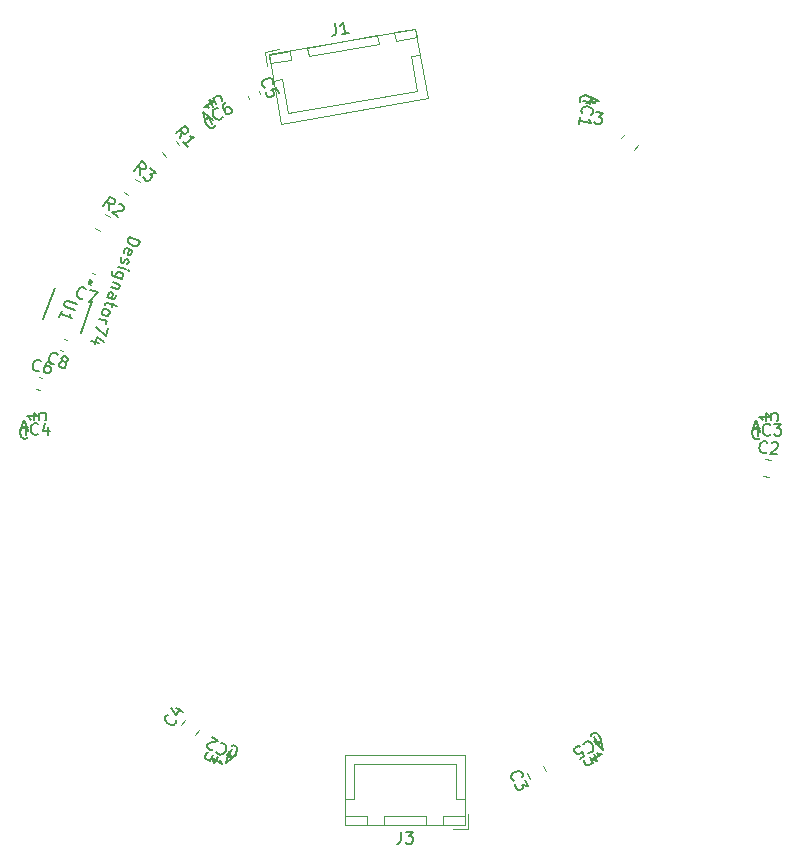
<source format=gbr>
%TF.GenerationSoftware,KiCad,Pcbnew,7.0.9*%
%TF.CreationDate,2024-01-04T19:56:31-05:00*%
%TF.ProjectId,Thermistor Ring,54686572-6d69-4737-946f-722052696e67,rev?*%
%TF.SameCoordinates,Original*%
%TF.FileFunction,Legend,Top*%
%TF.FilePolarity,Positive*%
%FSLAX46Y46*%
G04 Gerber Fmt 4.6, Leading zero omitted, Abs format (unit mm)*
G04 Created by KiCad (PCBNEW 7.0.9) date 2024-01-04 19:56:31*
%MOMM*%
%LPD*%
G01*
G04 APERTURE LIST*
%ADD10C,0.150000*%
%ADD11C,0.120000*%
%ADD12C,0.250000*%
G04 APERTURE END LIST*
D10*
X107043995Y-86133620D02*
X107543995Y-86999645D01*
X106184350Y-86739908D02*
X106201780Y-86674859D01*
X106201780Y-86674859D02*
X106301688Y-86562191D01*
X106301688Y-86562191D02*
X106384167Y-86514572D01*
X106384167Y-86514572D02*
X106531694Y-86484383D01*
X106531694Y-86484383D02*
X106661792Y-86519242D01*
X106661792Y-86519242D02*
X106750650Y-86577911D01*
X106750650Y-86577911D02*
X106887127Y-86719059D01*
X106887127Y-86719059D02*
X106958556Y-86842777D01*
X106958556Y-86842777D02*
X107012555Y-87031544D01*
X107012555Y-87031544D02*
X107018935Y-87137832D01*
X107018935Y-87137832D02*
X106984075Y-87267929D01*
X106984075Y-87267929D02*
X106884167Y-87380597D01*
X106884167Y-87380597D02*
X106801688Y-87428216D01*
X106801688Y-87428216D02*
X106654161Y-87458406D01*
X106654161Y-87458406D02*
X106589112Y-87440976D01*
X105853184Y-87975835D02*
X106265577Y-87737740D01*
X106265577Y-87737740D02*
X106068721Y-87301538D01*
X106068721Y-87301538D02*
X106051291Y-87366586D01*
X106051291Y-87366586D02*
X105992622Y-87455445D01*
X105992622Y-87455445D02*
X105786426Y-87574492D01*
X105786426Y-87574492D02*
X105680138Y-87580872D01*
X105680138Y-87580872D02*
X105615089Y-87563442D01*
X105615089Y-87563442D02*
X105526230Y-87504773D01*
X105526230Y-87504773D02*
X105407183Y-87298577D01*
X105407183Y-87298577D02*
X105400803Y-87192289D01*
X105400803Y-87192289D02*
X105418233Y-87127240D01*
X105418233Y-87127240D02*
X105476902Y-87038381D01*
X105476902Y-87038381D02*
X105683098Y-86919334D01*
X105683098Y-86919334D02*
X105789387Y-86912954D01*
X105789387Y-86912954D02*
X105854435Y-86930384D01*
X106807023Y-86033997D02*
X106824452Y-85968948D01*
X106824452Y-85968948D02*
X106924361Y-85856280D01*
X106924361Y-85856280D02*
X107006839Y-85808661D01*
X107006839Y-85808661D02*
X107154367Y-85778472D01*
X107154367Y-85778472D02*
X107284464Y-85813332D01*
X107284464Y-85813332D02*
X107373323Y-85872001D01*
X107373323Y-85872001D02*
X107509800Y-86013148D01*
X107509800Y-86013148D02*
X107581229Y-86136866D01*
X107581229Y-86136866D02*
X107635228Y-86325633D01*
X107635228Y-86325633D02*
X107641607Y-86431921D01*
X107641607Y-86431921D02*
X107606748Y-86562019D01*
X107606748Y-86562019D02*
X107506839Y-86674687D01*
X107506839Y-86674687D02*
X107424361Y-86722306D01*
X107424361Y-86722306D02*
X107276833Y-86752495D01*
X107276833Y-86752495D02*
X107211784Y-86735065D01*
X106999930Y-88319314D02*
X106714216Y-87824443D01*
X106857073Y-88071878D02*
X107723098Y-87571878D01*
X107723098Y-87571878D02*
X107551761Y-87560828D01*
X107551761Y-87560828D02*
X107421664Y-87525969D01*
X107421664Y-87525969D02*
X107332805Y-87467300D01*
X107036816Y-87583203D02*
X107346339Y-88119314D01*
X107346339Y-88119314D02*
X106849758Y-88021115D01*
X106849758Y-88021115D02*
X106921187Y-88144833D01*
X106921187Y-88144833D02*
X106927567Y-88251121D01*
X106927567Y-88251121D02*
X106910137Y-88316170D01*
X106910137Y-88316170D02*
X106851468Y-88405029D01*
X106851468Y-88405029D02*
X106645271Y-88524076D01*
X106645271Y-88524076D02*
X106538983Y-88530456D01*
X106538983Y-88530456D02*
X106473934Y-88513026D01*
X106473934Y-88513026D02*
X106385076Y-88454357D01*
X106385076Y-88454357D02*
X106242219Y-88206921D01*
X106242219Y-88206921D02*
X106235839Y-88100633D01*
X106235839Y-88100633D02*
X106253269Y-88035584D01*
X107676512Y-86444761D02*
X107264119Y-86682856D01*
X107616134Y-86149706D02*
X107827459Y-87182398D01*
X107827459Y-87182398D02*
X107038783Y-86483040D01*
X61398840Y-54544936D02*
X61337806Y-54573396D01*
X61337806Y-54573396D02*
X61187277Y-54569284D01*
X61187277Y-54569284D02*
X61097783Y-54536710D01*
X61097783Y-54536710D02*
X60979827Y-54443103D01*
X60979827Y-54443103D02*
X60922906Y-54321035D01*
X60922906Y-54321035D02*
X60910732Y-54215254D01*
X60910732Y-54215254D02*
X60931132Y-54019978D01*
X60931132Y-54019978D02*
X60979992Y-53885736D01*
X60979992Y-53885736D02*
X61089886Y-53723034D01*
X61089886Y-53723034D02*
X61167206Y-53649826D01*
X61167206Y-53649826D02*
X61289274Y-53592905D01*
X61289274Y-53592905D02*
X61439803Y-53597018D01*
X61439803Y-53597018D02*
X61529297Y-53629591D01*
X61529297Y-53629591D02*
X61647252Y-53723198D01*
X61647252Y-53723198D02*
X61675713Y-53784232D01*
X62098674Y-54292903D02*
X62025466Y-54215583D01*
X62025466Y-54215583D02*
X61997005Y-54154549D01*
X61997005Y-54154549D02*
X61984831Y-54048768D01*
X61984831Y-54048768D02*
X62001118Y-54004020D01*
X62001118Y-54004020D02*
X62078438Y-53930812D01*
X62078438Y-53930812D02*
X62139472Y-53902352D01*
X62139472Y-53902352D02*
X62245254Y-53890178D01*
X62245254Y-53890178D02*
X62424243Y-53955325D01*
X62424243Y-53955325D02*
X62497451Y-54032645D01*
X62497451Y-54032645D02*
X62525911Y-54093679D01*
X62525911Y-54093679D02*
X62538085Y-54199460D01*
X62538085Y-54199460D02*
X62521798Y-54244208D01*
X62521798Y-54244208D02*
X62444478Y-54317415D01*
X62444478Y-54317415D02*
X62383444Y-54345876D01*
X62383444Y-54345876D02*
X62277663Y-54358050D01*
X62277663Y-54358050D02*
X62098674Y-54292903D01*
X62098674Y-54292903D02*
X61992892Y-54305077D01*
X61992892Y-54305077D02*
X61931858Y-54333538D01*
X61931858Y-54333538D02*
X61854538Y-54406746D01*
X61854538Y-54406746D02*
X61789391Y-54585735D01*
X61789391Y-54585735D02*
X61801565Y-54691516D01*
X61801565Y-54691516D02*
X61830026Y-54752550D01*
X61830026Y-54752550D02*
X61903233Y-54829870D01*
X61903233Y-54829870D02*
X62082223Y-54895017D01*
X62082223Y-54895017D02*
X62188004Y-54882843D01*
X62188004Y-54882843D02*
X62249038Y-54854383D01*
X62249038Y-54854383D02*
X62326358Y-54781175D01*
X62326358Y-54781175D02*
X62391505Y-54602186D01*
X62391505Y-54602186D02*
X62379331Y-54496405D01*
X62379331Y-54496405D02*
X62350870Y-54435371D01*
X62350870Y-54435371D02*
X62277663Y-54358050D01*
X120939010Y-60597219D02*
X120939010Y-59597219D01*
X121986628Y-60501980D02*
X121939009Y-60549600D01*
X121939009Y-60549600D02*
X121796152Y-60597219D01*
X121796152Y-60597219D02*
X121700914Y-60597219D01*
X121700914Y-60597219D02*
X121558057Y-60549600D01*
X121558057Y-60549600D02*
X121462819Y-60454361D01*
X121462819Y-60454361D02*
X121415200Y-60359123D01*
X121415200Y-60359123D02*
X121367581Y-60168647D01*
X121367581Y-60168647D02*
X121367581Y-60025790D01*
X121367581Y-60025790D02*
X121415200Y-59835314D01*
X121415200Y-59835314D02*
X121462819Y-59740076D01*
X121462819Y-59740076D02*
X121558057Y-59644838D01*
X121558057Y-59644838D02*
X121700914Y-59597219D01*
X121700914Y-59597219D02*
X121796152Y-59597219D01*
X121796152Y-59597219D02*
X121939009Y-59644838D01*
X121939009Y-59644838D02*
X121986628Y-59692457D01*
X122319962Y-59597219D02*
X122939009Y-59597219D01*
X122939009Y-59597219D02*
X122605676Y-59978171D01*
X122605676Y-59978171D02*
X122748533Y-59978171D01*
X122748533Y-59978171D02*
X122843771Y-60025790D01*
X122843771Y-60025790D02*
X122891390Y-60073409D01*
X122891390Y-60073409D02*
X122939009Y-60168647D01*
X122939009Y-60168647D02*
X122939009Y-60406742D01*
X122939009Y-60406742D02*
X122891390Y-60501980D01*
X122891390Y-60501980D02*
X122843771Y-60549600D01*
X122843771Y-60549600D02*
X122748533Y-60597219D01*
X122748533Y-60597219D02*
X122462819Y-60597219D01*
X122462819Y-60597219D02*
X122367581Y-60549600D01*
X122367581Y-60549600D02*
X122319962Y-60501980D01*
X121670019Y-59345432D02*
X121670019Y-58726385D01*
X121670019Y-58726385D02*
X122050971Y-59059718D01*
X122050971Y-59059718D02*
X122050971Y-58916861D01*
X122050971Y-58916861D02*
X122098590Y-58821623D01*
X122098590Y-58821623D02*
X122146209Y-58774004D01*
X122146209Y-58774004D02*
X122241447Y-58726385D01*
X122241447Y-58726385D02*
X122479542Y-58726385D01*
X122479542Y-58726385D02*
X122574780Y-58774004D01*
X122574780Y-58774004D02*
X122622400Y-58821623D01*
X122622400Y-58821623D02*
X122670019Y-58916861D01*
X122670019Y-58916861D02*
X122670019Y-59202575D01*
X122670019Y-59202575D02*
X122622400Y-59297813D01*
X122622400Y-59297813D02*
X122574780Y-59345432D01*
X120546805Y-60011504D02*
X121022995Y-60011504D01*
X120451567Y-60297219D02*
X120784900Y-59297219D01*
X120784900Y-59297219D02*
X121118233Y-60297219D01*
X121094423Y-60801980D02*
X121046804Y-60849600D01*
X121046804Y-60849600D02*
X120903947Y-60897219D01*
X120903947Y-60897219D02*
X120808709Y-60897219D01*
X120808709Y-60897219D02*
X120665852Y-60849600D01*
X120665852Y-60849600D02*
X120570614Y-60754361D01*
X120570614Y-60754361D02*
X120522995Y-60659123D01*
X120522995Y-60659123D02*
X120475376Y-60468647D01*
X120475376Y-60468647D02*
X120475376Y-60325790D01*
X120475376Y-60325790D02*
X120522995Y-60135314D01*
X120522995Y-60135314D02*
X120570614Y-60040076D01*
X120570614Y-60040076D02*
X120665852Y-59944838D01*
X120665852Y-59944838D02*
X120808709Y-59897219D01*
X120808709Y-59897219D02*
X120903947Y-59897219D01*
X120903947Y-59897219D02*
X121046804Y-59944838D01*
X121046804Y-59944838D02*
X121094423Y-59992457D01*
X122070019Y-58726385D02*
X122070019Y-59297813D01*
X122070019Y-59012099D02*
X121070019Y-59012099D01*
X121070019Y-59012099D02*
X121212876Y-59107337D01*
X121212876Y-59107337D02*
X121308114Y-59202575D01*
X121308114Y-59202575D02*
X121355733Y-59297813D01*
X100285762Y-89811505D02*
X100222480Y-89788472D01*
X100222480Y-89788472D02*
X100118949Y-89679124D01*
X100118949Y-89679124D02*
X100078699Y-89592809D01*
X100078699Y-89592809D02*
X100061483Y-89443212D01*
X100061483Y-89443212D02*
X100107548Y-89316648D01*
X100107548Y-89316648D02*
X100173739Y-89233241D01*
X100173739Y-89233241D02*
X100326244Y-89109585D01*
X100326244Y-89109585D02*
X100455717Y-89049211D01*
X100455717Y-89049211D02*
X100648471Y-89011869D01*
X100648471Y-89011869D02*
X100754911Y-89014778D01*
X100754911Y-89014778D02*
X100881475Y-89060843D01*
X100881475Y-89060843D02*
X100985007Y-89170191D01*
X100985007Y-89170191D02*
X101025256Y-89256506D01*
X101025256Y-89256506D02*
X101042473Y-89406103D01*
X101042473Y-89406103D02*
X101019440Y-89469386D01*
X101246628Y-89731239D02*
X101508249Y-90292286D01*
X101508249Y-90292286D02*
X101022116Y-90151181D01*
X101022116Y-90151181D02*
X101082490Y-90280654D01*
X101082490Y-90280654D02*
X101079582Y-90387094D01*
X101079582Y-90387094D02*
X101056549Y-90450376D01*
X101056549Y-90450376D02*
X100990358Y-90533783D01*
X100990358Y-90533783D02*
X100774571Y-90634406D01*
X100774571Y-90634406D02*
X100668131Y-90631498D01*
X100668131Y-90631498D02*
X100604849Y-90608465D01*
X100604849Y-90608465D02*
X100521442Y-90542275D01*
X100521442Y-90542275D02*
X100400694Y-90283330D01*
X100400694Y-90283330D02*
X100403602Y-90176890D01*
X100403602Y-90176890D02*
X100426635Y-90113608D01*
X121665850Y-62017679D02*
X121614262Y-62060967D01*
X121614262Y-62060967D02*
X121467798Y-62095954D01*
X121467798Y-62095954D02*
X121372922Y-62087653D01*
X121372922Y-62087653D02*
X121234759Y-62027765D01*
X121234759Y-62027765D02*
X121148184Y-61924588D01*
X121148184Y-61924588D02*
X121109047Y-61825562D01*
X121109047Y-61825562D02*
X121078210Y-61631661D01*
X121078210Y-61631661D02*
X121090661Y-61489347D01*
X121090661Y-61489347D02*
X121154700Y-61303746D01*
X121154700Y-61303746D02*
X121210438Y-61213021D01*
X121210438Y-61213021D02*
X121313614Y-61126446D01*
X121313614Y-61126446D02*
X121460078Y-61091459D01*
X121460078Y-61091459D02*
X121554954Y-61099759D01*
X121554954Y-61099759D02*
X121693117Y-61159648D01*
X121693117Y-61159648D02*
X121736405Y-61211236D01*
X122115907Y-61244438D02*
X122167495Y-61201151D01*
X122167495Y-61201151D02*
X122266521Y-61162013D01*
X122266521Y-61162013D02*
X122503711Y-61182765D01*
X122503711Y-61182765D02*
X122594436Y-61238503D01*
X122594436Y-61238503D02*
X122637724Y-61290091D01*
X122637724Y-61290091D02*
X122676861Y-61389117D01*
X122676861Y-61389117D02*
X122668560Y-61483993D01*
X122668560Y-61483993D02*
X122608672Y-61622156D01*
X122608672Y-61622156D02*
X121989614Y-62141607D01*
X121989614Y-62141607D02*
X122606306Y-62195560D01*
X60118142Y-55101701D02*
X60062977Y-55140328D01*
X60062977Y-55140328D02*
X59914021Y-55162417D01*
X59914021Y-55162417D02*
X59820230Y-55145879D01*
X59820230Y-55145879D02*
X59687812Y-55074176D01*
X59687812Y-55074176D02*
X59610559Y-54963847D01*
X59610559Y-54963847D02*
X59580201Y-54861787D01*
X59580201Y-54861787D02*
X59566382Y-54665936D01*
X59566382Y-54665936D02*
X59591188Y-54525249D01*
X59591188Y-54525249D02*
X59671160Y-54345935D01*
X59671160Y-54345935D02*
X59734593Y-54260413D01*
X59734593Y-54260413D02*
X59844923Y-54183160D01*
X59844923Y-54183160D02*
X59993878Y-54161071D01*
X59993878Y-54161071D02*
X60087670Y-54177609D01*
X60087670Y-54177609D02*
X60220087Y-54249311D01*
X60220087Y-54249311D02*
X60258714Y-54304476D01*
X61119373Y-54359526D02*
X60931791Y-54326450D01*
X60931791Y-54326450D02*
X60829730Y-54356808D01*
X60829730Y-54356808D02*
X60774566Y-54395435D01*
X60774566Y-54395435D02*
X60655968Y-54519583D01*
X60655968Y-54519583D02*
X60575996Y-54698897D01*
X60575996Y-54698897D02*
X60509845Y-55074062D01*
X60509845Y-55074062D02*
X60540202Y-55176122D01*
X60540202Y-55176122D02*
X60578829Y-55231287D01*
X60578829Y-55231287D02*
X60664351Y-55294720D01*
X60664351Y-55294720D02*
X60851934Y-55327796D01*
X60851934Y-55327796D02*
X60953994Y-55297438D01*
X60953994Y-55297438D02*
X61009158Y-55258812D01*
X61009158Y-55258812D02*
X61072592Y-55173289D01*
X61072592Y-55173289D02*
X61113937Y-54938811D01*
X61113937Y-54938811D02*
X61083579Y-54836751D01*
X61083579Y-54836751D02*
X61044952Y-54781587D01*
X61044952Y-54781587D02*
X60959430Y-54718153D01*
X60959430Y-54718153D02*
X60771848Y-54685077D01*
X60771848Y-54685077D02*
X60669787Y-54715435D01*
X60669787Y-54715435D02*
X60614623Y-54754062D01*
X60614623Y-54754062D02*
X60551189Y-54839584D01*
X74774004Y-34211579D02*
X74274004Y-33345554D01*
X75633649Y-33605291D02*
X75616219Y-33670340D01*
X75616219Y-33670340D02*
X75516311Y-33783008D01*
X75516311Y-33783008D02*
X75433832Y-33830627D01*
X75433832Y-33830627D02*
X75286305Y-33860816D01*
X75286305Y-33860816D02*
X75156207Y-33825957D01*
X75156207Y-33825957D02*
X75067349Y-33767288D01*
X75067349Y-33767288D02*
X74930872Y-33626140D01*
X74930872Y-33626140D02*
X74859443Y-33502422D01*
X74859443Y-33502422D02*
X74805444Y-33313655D01*
X74805444Y-33313655D02*
X74799064Y-33207367D01*
X74799064Y-33207367D02*
X74833924Y-33077270D01*
X74833924Y-33077270D02*
X74933832Y-32964602D01*
X74933832Y-32964602D02*
X75016311Y-32916983D01*
X75016311Y-32916983D02*
X75163838Y-32886793D01*
X75163838Y-32886793D02*
X75228887Y-32904223D01*
X75923576Y-32393173D02*
X75758618Y-32488411D01*
X75758618Y-32488411D02*
X75699949Y-32577270D01*
X75699949Y-32577270D02*
X75682520Y-32642318D01*
X75682520Y-32642318D02*
X75671470Y-32813655D01*
X75671470Y-32813655D02*
X75725468Y-33002422D01*
X75725468Y-33002422D02*
X75915945Y-33332337D01*
X75915945Y-33332337D02*
X76004803Y-33391006D01*
X76004803Y-33391006D02*
X76069852Y-33408435D01*
X76069852Y-33408435D02*
X76176140Y-33402056D01*
X76176140Y-33402056D02*
X76341097Y-33306818D01*
X76341097Y-33306818D02*
X76399766Y-33217959D01*
X76399766Y-33217959D02*
X76417196Y-33152910D01*
X76417196Y-33152910D02*
X76410816Y-33046622D01*
X76410816Y-33046622D02*
X76291769Y-32840426D01*
X76291769Y-32840426D02*
X76202910Y-32781757D01*
X76202910Y-32781757D02*
X76137861Y-32764327D01*
X76137861Y-32764327D02*
X76031573Y-32770707D01*
X76031573Y-32770707D02*
X75866616Y-32865945D01*
X75866616Y-32865945D02*
X75807947Y-32954803D01*
X75807947Y-32954803D02*
X75790517Y-33019852D01*
X75790517Y-33019852D02*
X75796897Y-33126140D01*
X74818069Y-32025885D02*
X75103783Y-32520756D01*
X74960926Y-32273321D02*
X74094901Y-32773321D01*
X74094901Y-32773321D02*
X74266238Y-32784371D01*
X74266238Y-32784371D02*
X74396335Y-32819230D01*
X74396335Y-32819230D02*
X74485194Y-32877899D01*
X74781183Y-32761996D02*
X74471660Y-32225885D01*
X74471660Y-32225885D02*
X74968241Y-32324084D01*
X74968241Y-32324084D02*
X74896812Y-32200366D01*
X74896812Y-32200366D02*
X74890432Y-32094078D01*
X74890432Y-32094078D02*
X74907862Y-32029029D01*
X74907862Y-32029029D02*
X74966531Y-31940170D01*
X74966531Y-31940170D02*
X75172728Y-31821123D01*
X75172728Y-31821123D02*
X75279016Y-31814743D01*
X75279016Y-31814743D02*
X75344065Y-31832173D01*
X75344065Y-31832173D02*
X75432923Y-31890842D01*
X75432923Y-31890842D02*
X75575780Y-32138278D01*
X75575780Y-32138278D02*
X75582160Y-32244566D01*
X75582160Y-32244566D02*
X75564730Y-32309615D01*
X75010976Y-34311202D02*
X74993547Y-34376251D01*
X74993547Y-34376251D02*
X74893638Y-34488919D01*
X74893638Y-34488919D02*
X74811160Y-34536538D01*
X74811160Y-34536538D02*
X74663632Y-34566727D01*
X74663632Y-34566727D02*
X74533535Y-34531867D01*
X74533535Y-34531867D02*
X74444676Y-34473198D01*
X74444676Y-34473198D02*
X74308199Y-34332051D01*
X74308199Y-34332051D02*
X74236770Y-34208333D01*
X74236770Y-34208333D02*
X74182771Y-34019566D01*
X74182771Y-34019566D02*
X74176392Y-33913278D01*
X74176392Y-33913278D02*
X74211251Y-33783180D01*
X74211251Y-33783180D02*
X74311160Y-33670512D01*
X74311160Y-33670512D02*
X74393638Y-33622893D01*
X74393638Y-33622893D02*
X74541166Y-33592704D01*
X74541166Y-33592704D02*
X74606215Y-33610134D01*
X74141487Y-33900438D02*
X74553880Y-33662343D01*
X74201865Y-34195493D02*
X73990540Y-33162801D01*
X73990540Y-33162801D02*
X74779216Y-33862159D01*
X85132780Y-25682897D02*
X85256815Y-26386331D01*
X85256815Y-26386331D02*
X85234726Y-26535287D01*
X85234726Y-26535287D02*
X85157473Y-26645616D01*
X85157473Y-26645616D02*
X85025055Y-26717318D01*
X85025055Y-26717318D02*
X84931264Y-26733856D01*
X86291237Y-26494056D02*
X85728489Y-26593284D01*
X86009863Y-26543670D02*
X85836215Y-25558862D01*
X85836215Y-25558862D02*
X85767230Y-25716087D01*
X85767230Y-25716087D02*
X85689977Y-25826416D01*
X85689977Y-25826416D02*
X85604455Y-25889850D01*
X79182492Y-31146570D02*
X79119210Y-31123537D01*
X79119210Y-31123537D02*
X79015679Y-31014189D01*
X79015679Y-31014189D02*
X78975429Y-30927874D01*
X78975429Y-30927874D02*
X78958213Y-30778277D01*
X78958213Y-30778277D02*
X79004278Y-30651713D01*
X79004278Y-30651713D02*
X79070469Y-30568306D01*
X79070469Y-30568306D02*
X79222974Y-30444650D01*
X79222974Y-30444650D02*
X79352447Y-30384276D01*
X79352447Y-30384276D02*
X79545201Y-30346934D01*
X79545201Y-30346934D02*
X79651641Y-30349843D01*
X79651641Y-30349843D02*
X79778205Y-30395908D01*
X79778205Y-30395908D02*
X79881737Y-30505256D01*
X79881737Y-30505256D02*
X79921986Y-30591571D01*
X79921986Y-30591571D02*
X79939203Y-30741168D01*
X79939203Y-30741168D02*
X79916170Y-30804451D01*
X80384854Y-31584194D02*
X80183607Y-31152619D01*
X80183607Y-31152619D02*
X79731907Y-31310708D01*
X79731907Y-31310708D02*
X79795190Y-31333741D01*
X79795190Y-31333741D02*
X79878596Y-31399931D01*
X79878596Y-31399931D02*
X79979220Y-31615719D01*
X79979220Y-31615719D02*
X79976312Y-31722159D01*
X79976312Y-31722159D02*
X79953279Y-31785441D01*
X79953279Y-31785441D02*
X79887088Y-31868848D01*
X79887088Y-31868848D02*
X79671301Y-31969471D01*
X79671301Y-31969471D02*
X79564861Y-31966563D01*
X79564861Y-31966563D02*
X79501579Y-31943530D01*
X79501579Y-31943530D02*
X79418172Y-31877340D01*
X79418172Y-31877340D02*
X79317549Y-31661552D01*
X79317549Y-31661552D02*
X79320457Y-31555112D01*
X79320457Y-31555112D02*
X79343490Y-31491830D01*
X106155812Y-32237070D02*
X107140620Y-32410718D01*
X106067686Y-33285311D02*
X106029059Y-33230146D01*
X106029059Y-33230146D02*
X106006971Y-33081190D01*
X106006971Y-33081190D02*
X106023508Y-32987399D01*
X106023508Y-32987399D02*
X106095211Y-32854981D01*
X106095211Y-32854981D02*
X106205540Y-32777728D01*
X106205540Y-32777728D02*
X106307600Y-32747370D01*
X106307600Y-32747370D02*
X106503452Y-32733550D01*
X106503452Y-32733550D02*
X106644138Y-32758357D01*
X106644138Y-32758357D02*
X106823452Y-32838329D01*
X106823452Y-32838329D02*
X106908974Y-32901762D01*
X106908974Y-32901762D02*
X106986227Y-33012091D01*
X106986227Y-33012091D02*
X107008316Y-33161047D01*
X107008316Y-33161047D02*
X106991778Y-33254838D01*
X106991778Y-33254838D02*
X106920076Y-33387256D01*
X106920076Y-33387256D02*
X106864911Y-33425883D01*
X105808515Y-34206685D02*
X105907743Y-33643938D01*
X105858129Y-33925311D02*
X106842937Y-34098959D01*
X106842937Y-34098959D02*
X106718788Y-33980361D01*
X106718788Y-33980361D02*
X106641535Y-33870032D01*
X106641535Y-33870032D02*
X106611177Y-33767972D01*
X106800734Y-31952531D02*
X106718044Y-32421487D01*
X106535898Y-31809126D02*
X107462823Y-32311044D01*
X107462823Y-32311044D02*
X106420132Y-32465665D01*
X107261642Y-33174343D02*
X107871285Y-33281840D01*
X107871285Y-33281840D02*
X107476864Y-33599122D01*
X107476864Y-33599122D02*
X107617551Y-33623929D01*
X107617551Y-33623929D02*
X107703073Y-33687362D01*
X107703073Y-33687362D02*
X107741700Y-33742527D01*
X107741700Y-33742527D02*
X107772058Y-33844587D01*
X107772058Y-33844587D02*
X107730713Y-34079065D01*
X107730713Y-34079065D02*
X107667279Y-34164587D01*
X107667279Y-34164587D02*
X107612115Y-34203214D01*
X107612115Y-34203214D02*
X107510055Y-34233572D01*
X107510055Y-34233572D02*
X107228681Y-34183958D01*
X107228681Y-34183958D02*
X107143159Y-34120525D01*
X107143159Y-34120525D02*
X107104532Y-34065360D01*
X105927173Y-32354565D02*
X105888546Y-32299401D01*
X105888546Y-32299401D02*
X105866458Y-32150445D01*
X105866458Y-32150445D02*
X105882996Y-32056654D01*
X105882996Y-32056654D02*
X105954698Y-31924236D01*
X105954698Y-31924236D02*
X106065027Y-31846983D01*
X106065027Y-31846983D02*
X106167087Y-31816625D01*
X106167087Y-31816625D02*
X106362939Y-31802805D01*
X106362939Y-31802805D02*
X106503626Y-31827612D01*
X106503626Y-31827612D02*
X106682939Y-31907584D01*
X106682939Y-31907584D02*
X106768461Y-31971017D01*
X106768461Y-31971017D02*
X106845715Y-32081346D01*
X106845715Y-32081346D02*
X106867803Y-32230302D01*
X106867803Y-32230302D02*
X106851266Y-32324093D01*
X106851266Y-32324093D02*
X106779563Y-32456511D01*
X106779563Y-32456511D02*
X106724398Y-32495138D01*
X90740266Y-94140019D02*
X90740266Y-94854304D01*
X90740266Y-94854304D02*
X90692647Y-94997161D01*
X90692647Y-94997161D02*
X90597409Y-95092400D01*
X90597409Y-95092400D02*
X90454552Y-95140019D01*
X90454552Y-95140019D02*
X90359314Y-95140019D01*
X91121219Y-94140019D02*
X91740266Y-94140019D01*
X91740266Y-94140019D02*
X91406933Y-94520971D01*
X91406933Y-94520971D02*
X91549790Y-94520971D01*
X91549790Y-94520971D02*
X91645028Y-94568590D01*
X91645028Y-94568590D02*
X91692647Y-94616209D01*
X91692647Y-94616209D02*
X91740266Y-94711447D01*
X91740266Y-94711447D02*
X91740266Y-94949542D01*
X91740266Y-94949542D02*
X91692647Y-95044780D01*
X91692647Y-95044780D02*
X91645028Y-95092400D01*
X91645028Y-95092400D02*
X91549790Y-95140019D01*
X91549790Y-95140019D02*
X91264076Y-95140019D01*
X91264076Y-95140019D02*
X91168838Y-95092400D01*
X91168838Y-95092400D02*
X91121219Y-95044780D01*
X63790705Y-48980809D02*
X63729671Y-49009269D01*
X63729671Y-49009269D02*
X63579142Y-49005157D01*
X63579142Y-49005157D02*
X63489648Y-48972583D01*
X63489648Y-48972583D02*
X63371692Y-48878976D01*
X63371692Y-48878976D02*
X63314771Y-48756908D01*
X63314771Y-48756908D02*
X63302597Y-48651127D01*
X63302597Y-48651127D02*
X63322997Y-48455851D01*
X63322997Y-48455851D02*
X63371857Y-48321609D01*
X63371857Y-48321609D02*
X63481751Y-48158907D01*
X63481751Y-48158907D02*
X63559071Y-48085699D01*
X63559071Y-48085699D02*
X63681139Y-48028778D01*
X63681139Y-48028778D02*
X63831668Y-48032891D01*
X63831668Y-48032891D02*
X63921162Y-48065464D01*
X63921162Y-48065464D02*
X64039117Y-48159071D01*
X64039117Y-48159071D02*
X64067578Y-48220105D01*
X64413382Y-48244618D02*
X65039844Y-48472631D01*
X65039844Y-48472631D02*
X64295098Y-49265743D01*
X76464814Y-87109810D02*
X75964814Y-87975835D01*
X75509931Y-86668479D02*
X75574980Y-86651049D01*
X75574980Y-86651049D02*
X75722507Y-86681238D01*
X75722507Y-86681238D02*
X75804986Y-86728857D01*
X75804986Y-86728857D02*
X75904894Y-86841525D01*
X75904894Y-86841525D02*
X75939754Y-86971623D01*
X75939754Y-86971623D02*
X75933374Y-87077911D01*
X75933374Y-87077911D02*
X75879375Y-87266678D01*
X75879375Y-87266678D02*
X75807947Y-87390396D01*
X75807947Y-87390396D02*
X75671469Y-87531543D01*
X75671469Y-87531543D02*
X75582611Y-87590212D01*
X75582611Y-87590212D02*
X75452513Y-87625072D01*
X75452513Y-87625072D02*
X75304986Y-87594883D01*
X75304986Y-87594883D02*
X75222507Y-87547264D01*
X75222507Y-87547264D02*
X75122599Y-87434596D01*
X75122599Y-87434596D02*
X75105169Y-87369547D01*
X74775254Y-87179071D02*
X74710206Y-87196501D01*
X74710206Y-87196501D02*
X74603918Y-87190121D01*
X74603918Y-87190121D02*
X74397721Y-87071073D01*
X74397721Y-87071073D02*
X74339052Y-86982215D01*
X74339052Y-86982215D02*
X74321622Y-86917166D01*
X74321622Y-86917166D02*
X74328002Y-86810878D01*
X74328002Y-86810878D02*
X74375621Y-86728399D01*
X74375621Y-86728399D02*
X74488289Y-86628491D01*
X74488289Y-86628491D02*
X75268875Y-86419334D01*
X75268875Y-86419334D02*
X74732764Y-86109810D01*
X74549915Y-88164495D02*
X74835630Y-87669624D01*
X74692772Y-87917059D02*
X75558798Y-88417059D01*
X75558798Y-88417059D02*
X75482699Y-88263152D01*
X75482699Y-88263152D02*
X75447839Y-88133055D01*
X75447839Y-88133055D02*
X75454219Y-88026766D01*
X76432603Y-86854773D02*
X76497652Y-86837344D01*
X76497652Y-86837344D02*
X76645180Y-86867533D01*
X76645180Y-86867533D02*
X76727658Y-86915152D01*
X76727658Y-86915152D02*
X76827567Y-87027820D01*
X76827567Y-87027820D02*
X76862426Y-87157917D01*
X76862426Y-87157917D02*
X76856047Y-87264206D01*
X76856047Y-87264206D02*
X76802048Y-87452972D01*
X76802048Y-87452972D02*
X76730619Y-87576690D01*
X76730619Y-87576690D02*
X76594142Y-87717838D01*
X76594142Y-87717838D02*
X76505283Y-87776507D01*
X76505283Y-87776507D02*
X76375186Y-87811367D01*
X76375186Y-87811367D02*
X76227658Y-87781177D01*
X76227658Y-87781177D02*
X76145180Y-87733558D01*
X76145180Y-87733558D02*
X76045271Y-87620890D01*
X76045271Y-87620890D02*
X76027842Y-87555842D01*
X75205848Y-87828384D02*
X74896325Y-88364495D01*
X74896325Y-88364495D02*
X74733077Y-87885344D01*
X74733077Y-87885344D02*
X74661648Y-88009062D01*
X74661648Y-88009062D02*
X74572790Y-88067731D01*
X74572790Y-88067731D02*
X74507741Y-88085161D01*
X74507741Y-88085161D02*
X74401453Y-88078781D01*
X74401453Y-88078781D02*
X74195256Y-87959733D01*
X74195256Y-87959733D02*
X74136587Y-87870875D01*
X74136587Y-87870875D02*
X74119158Y-87805826D01*
X74119158Y-87805826D02*
X74125537Y-87699538D01*
X74125537Y-87699538D02*
X74268395Y-87452102D01*
X74268395Y-87452102D02*
X74357253Y-87393433D01*
X74357253Y-87393433D02*
X74422302Y-87376003D01*
X76511617Y-87813156D02*
X76099224Y-87575061D01*
X76736953Y-87613339D02*
X75948278Y-88312698D01*
X75948278Y-88312698D02*
X76159603Y-87280006D01*
X63291492Y-49451887D02*
X62530788Y-49175014D01*
X62530788Y-49175014D02*
X62425007Y-49187188D01*
X62425007Y-49187188D02*
X62363973Y-49215648D01*
X62363973Y-49215648D02*
X62286652Y-49288856D01*
X62286652Y-49288856D02*
X62221506Y-49467845D01*
X62221506Y-49467845D02*
X62233680Y-49573626D01*
X62233680Y-49573626D02*
X62262140Y-49634660D01*
X62262140Y-49634660D02*
X62335348Y-49711981D01*
X62335348Y-49711981D02*
X63096052Y-49988854D01*
X61814339Y-50586527D02*
X62009779Y-50049560D01*
X61912059Y-50318043D02*
X62851752Y-50660063D01*
X62851752Y-50660063D02*
X62750083Y-50521709D01*
X62750083Y-50521709D02*
X62693162Y-50399641D01*
X62693162Y-50399641D02*
X62680988Y-50293860D01*
X67717064Y-43800532D02*
X68656757Y-44142552D01*
X68656757Y-44142552D02*
X68575323Y-44366288D01*
X68575323Y-44366288D02*
X68481716Y-44484243D01*
X68481716Y-44484243D02*
X68359648Y-44541165D01*
X68359648Y-44541165D02*
X68253867Y-44553339D01*
X68253867Y-44553339D02*
X68058591Y-44532939D01*
X68058591Y-44532939D02*
X67924349Y-44484079D01*
X67924349Y-44484079D02*
X67761647Y-44374185D01*
X67761647Y-44374185D02*
X67688439Y-44296865D01*
X67688439Y-44296865D02*
X67631518Y-44174797D01*
X67631518Y-44174797D02*
X67635631Y-44024268D01*
X67635631Y-44024268D02*
X67717064Y-43800532D01*
X67289498Y-45114489D02*
X67277324Y-45008708D01*
X67277324Y-45008708D02*
X67342470Y-44829719D01*
X67342470Y-44829719D02*
X67419791Y-44756511D01*
X67419791Y-44756511D02*
X67525572Y-44744337D01*
X67525572Y-44744337D02*
X67883550Y-44874631D01*
X67883550Y-44874631D02*
X67956758Y-44951951D01*
X67956758Y-44951951D02*
X67968932Y-45057732D01*
X67968932Y-45057732D02*
X67903785Y-45236721D01*
X67903785Y-45236721D02*
X67826465Y-45309929D01*
X67826465Y-45309929D02*
X67720684Y-45322103D01*
X67720684Y-45322103D02*
X67631189Y-45289530D01*
X67631189Y-45289530D02*
X67704561Y-44809484D01*
X67142918Y-45517215D02*
X67065597Y-45590423D01*
X67065597Y-45590423D02*
X67000450Y-45769412D01*
X67000450Y-45769412D02*
X67012624Y-45875193D01*
X67012624Y-45875193D02*
X67085832Y-45952514D01*
X67085832Y-45952514D02*
X67130579Y-45968800D01*
X67130579Y-45968800D02*
X67236361Y-45956626D01*
X67236361Y-45956626D02*
X67313681Y-45883418D01*
X67313681Y-45883418D02*
X67362541Y-45749177D01*
X67362541Y-45749177D02*
X67439862Y-45675969D01*
X67439862Y-45675969D02*
X67545643Y-45663795D01*
X67545643Y-45663795D02*
X67590390Y-45680082D01*
X67590390Y-45680082D02*
X67663598Y-45757402D01*
X67663598Y-45757402D02*
X67675772Y-45863183D01*
X67675772Y-45863183D02*
X67626912Y-45997425D01*
X67626912Y-45997425D02*
X67549591Y-46070633D01*
X66805010Y-46306379D02*
X67431472Y-46534393D01*
X67744703Y-46648399D02*
X67716242Y-46587365D01*
X67716242Y-46587365D02*
X67655208Y-46615826D01*
X67655208Y-46615826D02*
X67683669Y-46676860D01*
X67683669Y-46676860D02*
X67744703Y-46648399D01*
X67744703Y-46648399D02*
X67655208Y-46615826D01*
X67122025Y-47384590D02*
X66361322Y-47107717D01*
X66361322Y-47107717D02*
X66288114Y-47030396D01*
X66288114Y-47030396D02*
X66259653Y-46969362D01*
X66259653Y-46969362D02*
X66247479Y-46863581D01*
X66247479Y-46863581D02*
X66296339Y-46729339D01*
X66296339Y-46729339D02*
X66373660Y-46656131D01*
X66540311Y-47172863D02*
X66528137Y-47067082D01*
X66528137Y-47067082D02*
X66593284Y-46888093D01*
X66593284Y-46888093D02*
X66670604Y-46814885D01*
X66670604Y-46814885D02*
X66731638Y-46786425D01*
X66731638Y-46786425D02*
X66837419Y-46774251D01*
X66837419Y-46774251D02*
X67105903Y-46871971D01*
X67105903Y-46871971D02*
X67179111Y-46949291D01*
X67179111Y-46949291D02*
X67207571Y-47010325D01*
X67207571Y-47010325D02*
X67219745Y-47116107D01*
X67219745Y-47116107D02*
X67154599Y-47295096D01*
X67154599Y-47295096D02*
X67077278Y-47368304D01*
X66959158Y-47832063D02*
X66332697Y-47604050D01*
X66869664Y-47799490D02*
X66898125Y-47860524D01*
X66898125Y-47860524D02*
X66910298Y-47966305D01*
X66910298Y-47966305D02*
X66861438Y-48100547D01*
X66861438Y-48100547D02*
X66784118Y-48173754D01*
X66784118Y-48173754D02*
X66678337Y-48185928D01*
X66678337Y-48185928D02*
X66186117Y-48006775D01*
X65876670Y-48856973D02*
X66368890Y-49036127D01*
X66368890Y-49036127D02*
X66474671Y-49023953D01*
X66474671Y-49023953D02*
X66551992Y-48950745D01*
X66551992Y-48950745D02*
X66617138Y-48771756D01*
X66617138Y-48771756D02*
X66604964Y-48665974D01*
X65921417Y-48873260D02*
X65909243Y-48767479D01*
X65909243Y-48767479D02*
X65990677Y-48543742D01*
X65990677Y-48543742D02*
X66067997Y-48470534D01*
X66067997Y-48470534D02*
X66173778Y-48458360D01*
X66173778Y-48458360D02*
X66263273Y-48490934D01*
X66263273Y-48490934D02*
X66336481Y-48568254D01*
X66336481Y-48568254D02*
X66348655Y-48674036D01*
X66348655Y-48674036D02*
X66267221Y-48897772D01*
X66267221Y-48897772D02*
X66279395Y-49003553D01*
X66389125Y-49398218D02*
X66258831Y-49756196D01*
X66653496Y-49646466D02*
X65848045Y-49353306D01*
X65848045Y-49353306D02*
X65742264Y-49365480D01*
X65742264Y-49365480D02*
X65664943Y-49438688D01*
X65664943Y-49438688D02*
X65632370Y-49528182D01*
X65469503Y-49975655D02*
X65546823Y-49902447D01*
X65546823Y-49902447D02*
X65607857Y-49873987D01*
X65607857Y-49873987D02*
X65713639Y-49861813D01*
X65713639Y-49861813D02*
X65982122Y-49959533D01*
X65982122Y-49959533D02*
X66055330Y-50036854D01*
X66055330Y-50036854D02*
X66083791Y-50097888D01*
X66083791Y-50097888D02*
X66095965Y-50203669D01*
X66095965Y-50203669D02*
X66047105Y-50337911D01*
X66047105Y-50337911D02*
X65969784Y-50411118D01*
X65969784Y-50411118D02*
X65908750Y-50439579D01*
X65908750Y-50439579D02*
X65802969Y-50451753D01*
X65802969Y-50451753D02*
X65534485Y-50354033D01*
X65534485Y-50354033D02*
X65461277Y-50276712D01*
X65461277Y-50276712D02*
X65432817Y-50215678D01*
X65432817Y-50215678D02*
X65420643Y-50109897D01*
X65420643Y-50109897D02*
X65469503Y-49975655D01*
X65208916Y-50691612D02*
X65835378Y-50919625D01*
X65656389Y-50854478D02*
X65729597Y-50931799D01*
X65729597Y-50931799D02*
X65758057Y-50992833D01*
X65758057Y-50992833D02*
X65770231Y-51098614D01*
X65770231Y-51098614D02*
X65737658Y-51188109D01*
X65969455Y-51525852D02*
X65741442Y-52152314D01*
X65741442Y-52152314D02*
X64948329Y-51407568D01*
X65151337Y-52799011D02*
X64524876Y-52570997D01*
X65590749Y-52705568D02*
X65000973Y-52237531D01*
X65000973Y-52237531D02*
X64789246Y-52819246D01*
X68598790Y-38527451D02*
X68649531Y-37948406D01*
X68161050Y-38160144D02*
X68803838Y-37394099D01*
X68803838Y-37394099D02*
X69095664Y-37638971D01*
X69095664Y-37638971D02*
X69138012Y-37736667D01*
X69138012Y-37736667D02*
X69143881Y-37803754D01*
X69143881Y-37803754D02*
X69119142Y-37907320D01*
X69119142Y-37907320D02*
X69027315Y-38016755D01*
X69027315Y-38016755D02*
X68929619Y-38059103D01*
X68929619Y-38059103D02*
X68862531Y-38064972D01*
X68862531Y-38064972D02*
X68758966Y-38040232D01*
X68758966Y-38040232D02*
X68467139Y-37795361D01*
X69496925Y-37975669D02*
X69971143Y-38373585D01*
X69971143Y-38373585D02*
X69470924Y-38451149D01*
X69470924Y-38451149D02*
X69580359Y-38542976D01*
X69580359Y-38542976D02*
X69622706Y-38640672D01*
X69622706Y-38640672D02*
X69628576Y-38707760D01*
X69628576Y-38707760D02*
X69603836Y-38811325D01*
X69603836Y-38811325D02*
X69450792Y-38993717D01*
X69450792Y-38993717D02*
X69353095Y-39036064D01*
X69353095Y-39036064D02*
X69286008Y-39041934D01*
X69286008Y-39041934D02*
X69182443Y-39017194D01*
X69182443Y-39017194D02*
X68963573Y-38833540D01*
X68963573Y-38833540D02*
X68921225Y-38735844D01*
X68921225Y-38735844D02*
X68915356Y-38668757D01*
X66015678Y-41511157D02*
X66015759Y-40929892D01*
X65547591Y-41183399D02*
X66121168Y-40364247D01*
X66121168Y-40364247D02*
X66433226Y-40582752D01*
X66433226Y-40582752D02*
X66483927Y-40676386D01*
X66483927Y-40676386D02*
X66495621Y-40742706D01*
X66495621Y-40742706D02*
X66480002Y-40848034D01*
X66480002Y-40848034D02*
X66398062Y-40965055D01*
X66398062Y-40965055D02*
X66304429Y-41015757D01*
X66304429Y-41015757D02*
X66238108Y-41027451D01*
X66238108Y-41027451D02*
X66132781Y-41011832D01*
X66132781Y-41011832D02*
X65820723Y-40793326D01*
X66846686Y-40988524D02*
X66913006Y-40976830D01*
X66913006Y-40976830D02*
X67018334Y-40992449D01*
X67018334Y-40992449D02*
X67213370Y-41129015D01*
X67213370Y-41129015D02*
X67264072Y-41222649D01*
X67264072Y-41222649D02*
X67275766Y-41288969D01*
X67275766Y-41288969D02*
X67260147Y-41394297D01*
X67260147Y-41394297D02*
X67205520Y-41472311D01*
X67205520Y-41472311D02*
X67084574Y-41562020D01*
X67084574Y-41562020D02*
X66288729Y-41702349D01*
X66288729Y-41702349D02*
X66795823Y-42057420D01*
X71683882Y-84688558D02*
X71695576Y-84754878D01*
X71695576Y-84754878D02*
X71652644Y-84899213D01*
X71652644Y-84899213D02*
X71598018Y-84977227D01*
X71598018Y-84977227D02*
X71477071Y-85066936D01*
X71477071Y-85066936D02*
X71344430Y-85090324D01*
X71344430Y-85090324D02*
X71239102Y-85074705D01*
X71239102Y-85074705D02*
X71055760Y-85004460D01*
X71055760Y-85004460D02*
X70938739Y-84922520D01*
X70938739Y-84922520D02*
X70810023Y-84774260D01*
X70810023Y-84774260D02*
X70759322Y-84680627D01*
X70759322Y-84680627D02*
X70735933Y-84547986D01*
X70735933Y-84547986D02*
X70778866Y-84403651D01*
X70778866Y-84403651D02*
X70833492Y-84325636D01*
X70833492Y-84325636D02*
X70954439Y-84235928D01*
X70954439Y-84235928D02*
X71020759Y-84224234D01*
X71707432Y-83658669D02*
X72253534Y-84041054D01*
X71258808Y-83635200D02*
X71707351Y-84239934D01*
X71707351Y-84239934D02*
X72062422Y-83732840D01*
X72053086Y-35438262D02*
X72203606Y-34876824D01*
X71685779Y-35000522D02*
X72451823Y-34357735D01*
X72451823Y-34357735D02*
X72696695Y-34649561D01*
X72696695Y-34649561D02*
X72721434Y-34753127D01*
X72721434Y-34753127D02*
X72715565Y-34820214D01*
X72715565Y-34820214D02*
X72673217Y-34917910D01*
X72673217Y-34917910D02*
X72563782Y-35009737D01*
X72563782Y-35009737D02*
X72460217Y-35034476D01*
X72460217Y-35034476D02*
X72393129Y-35028607D01*
X72393129Y-35028607D02*
X72295433Y-34986259D01*
X72295433Y-34986259D02*
X72050562Y-34694433D01*
X72665265Y-36167828D02*
X72297957Y-35730088D01*
X72481611Y-35948958D02*
X73247655Y-35306171D01*
X73247655Y-35306171D02*
X73077003Y-35325041D01*
X73077003Y-35325041D02*
X72942828Y-35313302D01*
X72942828Y-35313302D02*
X72845132Y-35270954D01*
X58963010Y-60551219D02*
X58963010Y-59551219D01*
X60010628Y-60455980D02*
X59963009Y-60503600D01*
X59963009Y-60503600D02*
X59820152Y-60551219D01*
X59820152Y-60551219D02*
X59724914Y-60551219D01*
X59724914Y-60551219D02*
X59582057Y-60503600D01*
X59582057Y-60503600D02*
X59486819Y-60408361D01*
X59486819Y-60408361D02*
X59439200Y-60313123D01*
X59439200Y-60313123D02*
X59391581Y-60122647D01*
X59391581Y-60122647D02*
X59391581Y-59979790D01*
X59391581Y-59979790D02*
X59439200Y-59789314D01*
X59439200Y-59789314D02*
X59486819Y-59694076D01*
X59486819Y-59694076D02*
X59582057Y-59598838D01*
X59582057Y-59598838D02*
X59724914Y-59551219D01*
X59724914Y-59551219D02*
X59820152Y-59551219D01*
X59820152Y-59551219D02*
X59963009Y-59598838D01*
X59963009Y-59598838D02*
X60010628Y-59646457D01*
X60867771Y-59884552D02*
X60867771Y-60551219D01*
X60629676Y-59503600D02*
X60391581Y-60217885D01*
X60391581Y-60217885D02*
X61010628Y-60217885D01*
X59118423Y-60755980D02*
X59070804Y-60803600D01*
X59070804Y-60803600D02*
X58927947Y-60851219D01*
X58927947Y-60851219D02*
X58832709Y-60851219D01*
X58832709Y-60851219D02*
X58689852Y-60803600D01*
X58689852Y-60803600D02*
X58594614Y-60708361D01*
X58594614Y-60708361D02*
X58546995Y-60613123D01*
X58546995Y-60613123D02*
X58499376Y-60422647D01*
X58499376Y-60422647D02*
X58499376Y-60279790D01*
X58499376Y-60279790D02*
X58546995Y-60089314D01*
X58546995Y-60089314D02*
X58594614Y-59994076D01*
X58594614Y-59994076D02*
X58689852Y-59898838D01*
X58689852Y-59898838D02*
X58832709Y-59851219D01*
X58832709Y-59851219D02*
X58927947Y-59851219D01*
X58927947Y-59851219D02*
X59070804Y-59898838D01*
X59070804Y-59898838D02*
X59118423Y-59946457D01*
X60094019Y-58680385D02*
X60094019Y-59251813D01*
X60094019Y-58966099D02*
X59094019Y-58966099D01*
X59094019Y-58966099D02*
X59236876Y-59061337D01*
X59236876Y-59061337D02*
X59332114Y-59156575D01*
X59332114Y-59156575D02*
X59379733Y-59251813D01*
X59694019Y-59299432D02*
X59694019Y-58680385D01*
X59694019Y-58680385D02*
X60074971Y-59013718D01*
X60074971Y-59013718D02*
X60074971Y-58870861D01*
X60074971Y-58870861D02*
X60122590Y-58775623D01*
X60122590Y-58775623D02*
X60170209Y-58728004D01*
X60170209Y-58728004D02*
X60265447Y-58680385D01*
X60265447Y-58680385D02*
X60503542Y-58680385D01*
X60503542Y-58680385D02*
X60598780Y-58728004D01*
X60598780Y-58728004D02*
X60646400Y-58775623D01*
X60646400Y-58775623D02*
X60694019Y-58870861D01*
X60694019Y-58870861D02*
X60694019Y-59156575D01*
X60694019Y-59156575D02*
X60646400Y-59251813D01*
X60646400Y-59251813D02*
X60598780Y-59299432D01*
X58570805Y-59965504D02*
X59046995Y-59965504D01*
X58475567Y-60251219D02*
X58808900Y-59251219D01*
X58808900Y-59251219D02*
X59142233Y-60251219D01*
D11*
%TO.C,C1*%
X110813524Y-35984718D02*
X110477665Y-36384980D01*
X109687439Y-35039820D02*
X109351580Y-35440082D01*
%TO.C,C8*%
X62125200Y-53447608D02*
X61860996Y-53351446D01*
X62474060Y-52489122D02*
X62209856Y-52392960D01*
%TO.C,C3*%
X101648961Y-89647991D02*
X101428141Y-89174442D01*
X102981233Y-89026742D02*
X102760413Y-88553193D01*
%TO.C,C2*%
X121520602Y-62592627D02*
X122041117Y-62638167D01*
X121392483Y-64057033D02*
X121912998Y-64102573D01*
%TO.C,C6*%
X60046516Y-55658137D02*
X60323405Y-55706960D01*
X59869395Y-56662640D02*
X60146284Y-56711463D01*
%TO.C,J1*%
X79194907Y-28095837D02*
X79411968Y-29326847D01*
X79530860Y-28331073D02*
X80567539Y-34210376D01*
X80567539Y-34210376D02*
X92995813Y-32018936D01*
X79542444Y-28339185D02*
X79672680Y-29077791D01*
X79672680Y-29077791D02*
X81445334Y-28765224D01*
X79933153Y-30555002D02*
X80671758Y-30424766D01*
X80671758Y-30424766D02*
X81184021Y-33329949D01*
X81184021Y-33329949D02*
X86649704Y-32366202D01*
X80425917Y-27878777D02*
X79194907Y-28095837D01*
X81315098Y-28026618D02*
X79542444Y-28339185D01*
X81445334Y-28765224D02*
X81315098Y-28026618D01*
X82792310Y-27766146D02*
X82922546Y-28504752D01*
X82922546Y-28504752D02*
X88831392Y-27462863D01*
X88701156Y-26724257D02*
X82792310Y-27766146D01*
X88831392Y-27462863D02*
X88701156Y-26724257D01*
X90178368Y-26463785D02*
X90308604Y-27202390D01*
X90308604Y-27202390D02*
X92081258Y-26889824D01*
X91603124Y-28497271D02*
X92115387Y-31402454D01*
X92115387Y-31402454D02*
X86649704Y-32366202D01*
X91951022Y-26151218D02*
X90178368Y-26463785D01*
X92081258Y-26889824D02*
X91951022Y-26151218D01*
X92341730Y-28367035D02*
X91603124Y-28497271D01*
X91959133Y-26139633D02*
X79530860Y-28331073D01*
X92995813Y-32018936D02*
X91959133Y-26139633D01*
%TO.C,C5*%
X78685605Y-31407056D02*
X78804429Y-31661873D01*
X77761171Y-31838127D02*
X77879995Y-32092944D01*
%TO.C,J3*%
X96423600Y-93885200D02*
X96423600Y-92635200D01*
X96133600Y-93595200D02*
X96133600Y-87625200D01*
X96133600Y-87625200D02*
X86013600Y-87625200D01*
X96123600Y-93585200D02*
X96123600Y-92835200D01*
X96123600Y-92835200D02*
X94323600Y-92835200D01*
X96123600Y-91335200D02*
X95373600Y-91335200D01*
X95373600Y-91335200D02*
X95373600Y-88385200D01*
X95373600Y-88385200D02*
X91073600Y-88385200D01*
X95173600Y-93885200D02*
X96423600Y-93885200D01*
X94323600Y-93585200D02*
X96123600Y-93585200D01*
X94323600Y-92835200D02*
X94323600Y-93585200D01*
X92823600Y-93585200D02*
X92823600Y-92835200D01*
X92823600Y-92835200D02*
X89323600Y-92835200D01*
X89323600Y-93585200D02*
X92823600Y-93585200D01*
X89323600Y-92835200D02*
X89323600Y-93585200D01*
X87823600Y-93585200D02*
X87823600Y-92835200D01*
X87823600Y-92835200D02*
X86023600Y-92835200D01*
X86773600Y-91335200D02*
X86773600Y-88385200D01*
X86773600Y-88385200D02*
X91073600Y-88385200D01*
X86023600Y-93585200D02*
X87823600Y-93585200D01*
X86023600Y-92835200D02*
X86023600Y-93585200D01*
X86023600Y-91335200D02*
X86773600Y-91335200D01*
X86013600Y-93595200D02*
X96133600Y-93595200D01*
X86013600Y-87625200D02*
X86013600Y-93595200D01*
%TO.C,C7*%
X64517065Y-47883481D02*
X64252861Y-47787319D01*
X64865925Y-46924995D02*
X64601721Y-46828833D01*
D10*
%TO.C,U1*%
X64594908Y-49247245D02*
X63637251Y-51878385D01*
X61399955Y-48084377D02*
X60442298Y-50715517D01*
D12*
X64552721Y-47586828D02*
G75*
G03*
X64552721Y-47586828I-125000J0D01*
G01*
D11*
%TO.C,R3*%
X68256724Y-38841147D02*
X68604606Y-39133055D01*
X67311826Y-39967233D02*
X67659708Y-40259141D01*
%TO.C,R2*%
X65702255Y-41853473D02*
X66074255Y-42113950D01*
X64859097Y-43057626D02*
X65231097Y-43318103D01*
%TO.C,C4*%
X72109177Y-85101820D02*
X72408873Y-84673810D01*
X73313331Y-85944978D02*
X73613027Y-85516968D01*
%TO.C,R1*%
X71661745Y-35687794D02*
X71953653Y-36035676D01*
X70535659Y-36632692D02*
X70827567Y-36980574D01*
%TD*%
M02*

</source>
